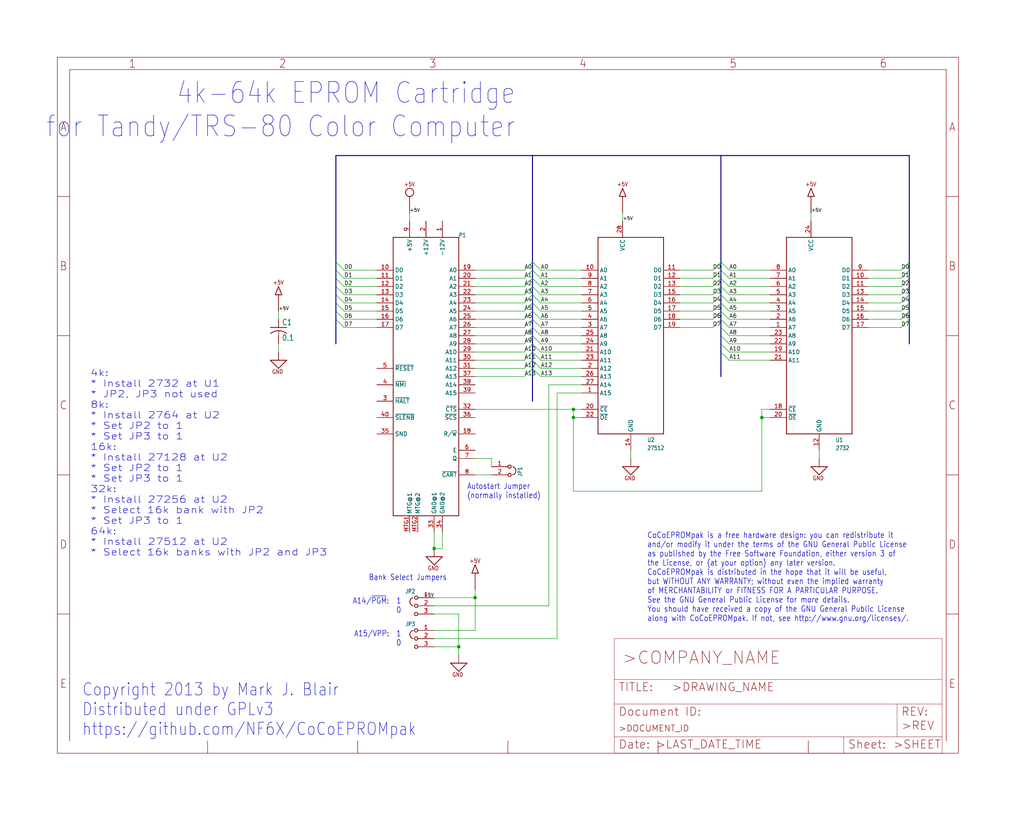
<source format=kicad_sch>
(kicad_sch (version 20211123) (generator eeschema)
  (paper "User" 317.5 254.406)
  (lib_symbols
    (symbol "CoCoEPROMpak-eagle-import:+5V_ARROW" (power)
      (symbol "+5V_ARROW_1_0"
        (polyline (pts (xy -1.016 0) (xy 1.016 0)) (stroke (width 0.254)))
        (polyline (pts (xy 0 2.54) (xy -1.016 0)) (stroke (width 0.254)))
        (polyline (pts (xy 1.016 0) (xy 0 2.54)) (stroke (width 0.254)))
        (text "+5V" (at -1.778 3.048 0) (effects (font (size 1.27 1.0795)) (justify left bottom)))
        (pin power_in line (at 0 -5.08 90) (length 5.08) (name "+5V") (number "1"))
      )
    )
    (symbol "CoCoEPROMpak-eagle-import:+5V_CIRCLE" (power)
      (symbol "+5V_CIRCLE_1_0"
        (circle (center 0 1.27) (radius 1.27) (stroke (width 0.254)))
        (text "+5V" (at -1.778 3.048 0) (effects (font (size 1.27 1.0795)) (justify left bottom)))
        (pin power_in line (at 0 -5.08 90) (length 5.08) (name "+5V") (number "1"))
      )
    )
    (symbol "CoCoEPROMpak-eagle-import:2732"
      (property "Reference" "U" (at 5.08 -33.02 0))
      (property "Value" "2732" (at 5.08 -35.56 0))
      (symbol "2732_1_0"
        (polyline (pts (xy -10.16 -30.48) (xy 10.16 -30.48)) (stroke (width 0.254)))
        (polyline (pts (xy -10.16 30.48) (xy -10.16 -30.48)) (stroke (width 0.254)))
        (polyline (pts (xy 10.16 -30.48) (xy 10.16 30.48)) (stroke (width 0.254)))
        (polyline (pts (xy 10.16 30.48) (xy -10.16 30.48)) (stroke (width 0.254)))
        (pin input line (at -15.24 2.54 0) (length 5.08) (name "A7") (number "1"))
        (pin output line (at 15.24 17.78 180) (length 5.08) (name "D1") (number "10"))
        (pin output line (at 15.24 15.24 180) (length 5.08) (name "D2") (number "11"))
        (pin passive line (at 0 -35.56 90) (length 5.08) (name "GND") (number "12"))
        (pin output line (at 15.24 12.7 180) (length 5.08) (name "D3") (number "13"))
        (pin output line (at 15.24 10.16 180) (length 5.08) (name "D4") (number "14"))
        (pin output line (at 15.24 7.62 180) (length 5.08) (name "D5") (number "15"))
        (pin output line (at 15.24 5.08 180) (length 5.08) (name "D6") (number "16"))
        (pin output line (at 15.24 2.54 180) (length 5.08) (name "D7") (number "17"))
        (pin input line (at -15.24 -22.86 0) (length 5.08) (name "~{CE}") (number "18"))
        (pin input line (at -15.24 -5.08 0) (length 5.08) (name "A10") (number "19"))
        (pin input line (at -15.24 5.08 0) (length 5.08) (name "A6") (number "2"))
        (pin input line (at -15.24 -25.4 0) (length 5.08) (name "~{OE}") (number "20"))
        (pin input line (at -15.24 -7.62 0) (length 5.08) (name "A11") (number "21"))
        (pin input line (at -15.24 -2.54 0) (length 5.08) (name "A9") (number "22"))
        (pin input line (at -15.24 0 0) (length 5.08) (name "A8") (number "23"))
        (pin passive line (at -2.54 35.56 270) (length 5.08) (name "VCC") (number "24"))
        (pin input line (at -15.24 7.62 0) (length 5.08) (name "A5") (number "3"))
        (pin input line (at -15.24 10.16 0) (length 5.08) (name "A4") (number "4"))
        (pin input line (at -15.24 12.7 0) (length 5.08) (name "A3") (number "5"))
        (pin input line (at -15.24 15.24 0) (length 5.08) (name "A2") (number "6"))
        (pin input line (at -15.24 17.78 0) (length 5.08) (name "A1") (number "7"))
        (pin input line (at -15.24 20.32 0) (length 5.08) (name "A0") (number "8"))
        (pin output line (at 15.24 20.32 180) (length 5.08) (name "D0") (number "9"))
      )
    )
    (symbol "CoCoEPROMpak-eagle-import:27512"
      (property "Reference" "U" (at 5.08 -33.02 0))
      (property "Value" "27512" (at 5.08 -35.56 0))
      (symbol "27512_1_0"
        (polyline (pts (xy -10.16 -30.48) (xy 10.16 -30.48)) (stroke (width 0.254)))
        (polyline (pts (xy -10.16 30.48) (xy -10.16 -30.48)) (stroke (width 0.254)))
        (polyline (pts (xy 10.16 -30.48) (xy 10.16 30.48)) (stroke (width 0.254)))
        (polyline (pts (xy 10.16 30.48) (xy -10.16 30.48)) (stroke (width 0.254)))
        (pin input line (at -15.24 -17.78 0) (length 5.08) (name "A15") (number "1"))
        (pin input line (at -15.24 20.32 0) (length 5.08) (name "A0") (number "10"))
        (pin output line (at 15.24 20.32 180) (length 5.08) (name "D0") (number "11"))
        (pin output line (at 15.24 17.78 180) (length 5.08) (name "D1") (number "12"))
        (pin output line (at 15.24 15.24 180) (length 5.08) (name "D2") (number "13"))
        (pin passive line (at 0 -35.56 90) (length 5.08) (name "GND") (number "14"))
        (pin output line (at 15.24 12.7 180) (length 5.08) (name "D3") (number "15"))
        (pin output line (at 15.24 10.16 180) (length 5.08) (name "D4") (number "16"))
        (pin output line (at 15.24 7.62 180) (length 5.08) (name "D5") (number "17"))
        (pin output line (at 15.24 5.08 180) (length 5.08) (name "D6") (number "18"))
        (pin output line (at 15.24 2.54 180) (length 5.08) (name "D7") (number "19"))
        (pin input line (at -15.24 -10.16 0) (length 5.08) (name "A12") (number "2"))
        (pin input line (at -15.24 -22.86 0) (length 5.08) (name "~{CE}") (number "20"))
        (pin input line (at -15.24 -5.08 0) (length 5.08) (name "A10") (number "21"))
        (pin input line (at -15.24 -25.4 0) (length 5.08) (name "~{OE}") (number "22"))
        (pin input line (at -15.24 -7.62 0) (length 5.08) (name "A11") (number "23"))
        (pin input line (at -15.24 -2.54 0) (length 5.08) (name "A9") (number "24"))
        (pin input line (at -15.24 0 0) (length 5.08) (name "A8") (number "25"))
        (pin input line (at -15.24 -12.7 0) (length 5.08) (name "A13") (number "26"))
        (pin input line (at -15.24 -15.24 0) (length 5.08) (name "A14") (number "27"))
        (pin passive line (at -2.54 35.56 270) (length 5.08) (name "VCC") (number "28"))
        (pin input line (at -15.24 2.54 0) (length 5.08) (name "A7") (number "3"))
        (pin input line (at -15.24 5.08 0) (length 5.08) (name "A6") (number "4"))
        (pin input line (at -15.24 7.62 0) (length 5.08) (name "A5") (number "5"))
        (pin input line (at -15.24 10.16 0) (length 5.08) (name "A4") (number "6"))
        (pin input line (at -15.24 12.7 0) (length 5.08) (name "A3") (number "7"))
        (pin input line (at -15.24 15.24 0) (length 5.08) (name "A2") (number "8"))
        (pin input line (at -15.24 17.78 0) (length 5.08) (name "A1") (number "9"))
      )
    )
    (symbol "CoCoEPROMpak-eagle-import:ANSI_A"
      (symbol "ANSI_A_1_0"
        (polyline (pts (xy 0 43.18) (xy 3.81 43.18)))
        (polyline (pts (xy 0 86.36) (xy 3.81 86.36)))
        (polyline (pts (xy 0 129.54) (xy 3.81 129.54)))
        (polyline (pts (xy 0 172.72) (xy 3.81 172.72)))
        (polyline (pts (xy 3.81 3.81) (xy 3.81 212.09)))
        (polyline (pts (xy 46.5667 0) (xy 46.5667 3.81)))
        (polyline (pts (xy 93.1333 0) (xy 93.1333 3.81)))
        (polyline (pts (xy 139.7 0) (xy 139.7 3.81)))
        (polyline (pts (xy 186.2667 0) (xy 186.2667 3.81)))
        (polyline (pts (xy 232.8333 0) (xy 232.8333 3.81)))
        (polyline (pts (xy 275.59 3.81) (xy 275.59 212.09)))
        (polyline (pts (xy 275.59 43.18) (xy 279.4 43.18)))
        (polyline (pts (xy 275.59 86.36) (xy 279.4 86.36)))
        (polyline (pts (xy 275.59 129.54) (xy 279.4 129.54)))
        (polyline (pts (xy 275.59 172.72) (xy 279.4 172.72)))
        (polyline (pts (xy 275.59 212.09) (xy 3.81 212.09)))
        (polyline (pts (xy 0 0) (xy 279.4 0) (xy 279.4 215.9) (xy 0 215.9) (xy 0 0)))
        (text "1" (at 23.2833 213.995 0) (effects (font (size 2.54 2.286))))
        (text "2" (at 69.85 213.995 0) (effects (font (size 2.54 2.286))))
        (text "3" (at 116.4167 213.995 0) (effects (font (size 2.54 2.286))))
        (text "4" (at 162.9833 213.995 0) (effects (font (size 2.54 2.286))))
        (text "5" (at 209.55 213.995 0) (effects (font (size 2.54 2.286))))
        (text "6" (at 256.1167 213.995 0) (effects (font (size 2.54 2.286))))
        (text "A" (at 1.905 194.31 0) (effects (font (size 2.54 2.286))))
        (text "A" (at 277.495 194.31 0) (effects (font (size 2.54 2.286))))
        (text "B" (at 1.905 151.13 0) (effects (font (size 2.54 2.286))))
        (text "B" (at 277.495 151.13 0) (effects (font (size 2.54 2.286))))
        (text "C" (at 1.905 107.95 0) (effects (font (size 2.54 2.286))))
        (text "C" (at 277.495 107.95 0) (effects (font (size 2.54 2.286))))
        (text "D" (at 1.905 64.77 0) (effects (font (size 2.54 2.286))))
        (text "D" (at 277.495 64.77 0) (effects (font (size 2.54 2.286))))
        (text "E" (at 1.905 21.59 0) (effects (font (size 2.54 2.286))))
        (text "E" (at 277.495 21.59 0) (effects (font (size 2.54 2.286))))
      )
      (symbol "ANSI_A_2_0"
        (polyline (pts (xy 0 0) (xy 0 5.08)) (stroke (width 0.1016)))
        (polyline (pts (xy 0 0) (xy 71.12 0)) (stroke (width 0.1016)))
        (polyline (pts (xy 0 5.08) (xy 0 15.24)) (stroke (width 0.1016)))
        (polyline (pts (xy 0 5.08) (xy 71.12 5.08)) (stroke (width 0.1016)))
        (polyline (pts (xy 0 15.24) (xy 0 22.86)) (stroke (width 0.1016)))
        (polyline (pts (xy 0 22.86) (xy 0 35.56)) (stroke (width 0.1016)))
        (polyline (pts (xy 0 22.86) (xy 101.6 22.86)) (stroke (width 0.1016)))
        (polyline (pts (xy 71.12 0) (xy 101.6 0)) (stroke (width 0.1016)))
        (polyline (pts (xy 71.12 5.08) (xy 71.12 0)) (stroke (width 0.1016)))
        (polyline (pts (xy 71.12 5.08) (xy 87.63 5.08)) (stroke (width 0.1016)))
        (polyline (pts (xy 87.63 5.08) (xy 101.6 5.08)) (stroke (width 0.1016)))
        (polyline (pts (xy 87.63 15.24) (xy 0 15.24)) (stroke (width 0.1016)))
        (polyline (pts (xy 87.63 15.24) (xy 87.63 5.08)) (stroke (width 0.1016)))
        (polyline (pts (xy 101.6 5.08) (xy 101.6 0)) (stroke (width 0.1016)))
        (polyline (pts (xy 101.6 15.24) (xy 87.63 15.24)) (stroke (width 0.1016)))
        (polyline (pts (xy 101.6 15.24) (xy 101.6 5.08)) (stroke (width 0.1016)))
        (polyline (pts (xy 101.6 22.86) (xy 101.6 15.24)) (stroke (width 0.1016)))
        (polyline (pts (xy 101.6 35.56) (xy 0 35.56)) (stroke (width 0.1016)))
        (polyline (pts (xy 101.6 35.56) (xy 101.6 22.86)) (stroke (width 0.1016)))
        (text ">COMPANY_NAME" (at 2.286 27.432 0) (effects (font (size 3.81 3.81)) (justify left bottom)))
        (text ">DOCUMENT_ID" (at 1.27 6.604 0) (effects (font (size 1.905 1.905)) (justify left bottom)))
        (text ">DRAWING_NAME" (at 17.78 19.05 0) (effects (font (size 2.54 2.54)) (justify left bottom)))
        (text ">LAST_DATE_TIME" (at 12.7 1.27 0) (effects (font (size 2.54 2.54)) (justify left bottom)))
        (text ">REV" (at 88.9 7.112 0) (effects (font (size 2.54 2.54)) (justify left bottom)))
        (text ">SHEET" (at 86.36 1.27 0) (effects (font (size 2.54 2.54)) (justify left bottom)))
        (text "Date:" (at 1.27 1.27 0) (effects (font (size 2.54 2.54)) (justify left bottom)))
        (text "Document ID:" (at 1.27 11.43 0) (effects (font (size 2.54 2.54)) (justify left bottom)))
        (text "REV:" (at 88.9 11.43 0) (effects (font (size 2.54 2.54)) (justify left bottom)))
        (text "Sheet:" (at 72.39 1.27 0) (effects (font (size 2.54 2.54)) (justify left bottom)))
        (text "TITLE:" (at 1.27 19.05 0) (effects (font (size 2.54 2.54)) (justify left bottom)))
      )
    )
    (symbol "CoCoEPROMpak-eagle-import:C-US050-025X075"
      (property "Reference" "C" (at 1.016 0.635 0))
      (property "Value" "C-US050-025X075" (at 1.016 -4.191 0))
      (symbol "C-US050-025X075_1_0"
        (arc (start 0 -1.0161) (mid -1.302 -1.2303) (end -2.4668 -1.8504) (stroke (width 0.254)))
        (polyline (pts (xy -2.54 0) (xy 2.54 0)) (stroke (width 0.254)))
        (polyline (pts (xy 0 -1.016) (xy 0 -2.54)) (stroke (width 0.1524)))
        (arc (start 2.4892 -1.8542) (mid 1.3158 -1.2195) (end 0 -1) (stroke (width 0.254)))
        (pin passive line (at 0 2.54 270) (length 2.54) (name "1") (number "1"))
        (pin passive line (at 0 -5.08 90) (length 2.54) (name "2") (number "2"))
      )
    )
    (symbol "CoCoEPROMpak-eagle-import:COCO-CART"
      (property "Reference" "P" (at 10.16 40.64 0))
      (symbol "COCO-CART_1_0"
        (polyline (pts (xy -10.16 -45.72) (xy -10.16 40.64)) (stroke (width 0.254)))
        (polyline (pts (xy -10.16 40.64) (xy 10.16 40.64)) (stroke (width 0.254)))
        (polyline (pts (xy 10.16 -45.72) (xy -10.16 -45.72)) (stroke (width 0.254)))
        (polyline (pts (xy 10.16 40.64) (xy 10.16 -45.72)) (stroke (width 0.254)))
        (pin passive line (at 5.08 45.72 270) (length 5.08) (name "-12V") (number "1"))
        (pin bidirectional line (at -15.24 30.48 0) (length 5.08) (name "D0") (number "10"))
        (pin bidirectional line (at -15.24 27.94 0) (length 5.08) (name "D1") (number "11"))
        (pin bidirectional line (at -15.24 25.4 0) (length 5.08) (name "D2") (number "12"))
        (pin bidirectional line (at -15.24 22.86 0) (length 5.08) (name "D3") (number "13"))
        (pin bidirectional line (at -15.24 20.32 0) (length 5.08) (name "D4") (number "14"))
        (pin bidirectional line (at -15.24 17.78 0) (length 5.08) (name "D5") (number "15"))
        (pin bidirectional line (at -15.24 15.24 0) (length 5.08) (name "D6") (number "16"))
        (pin bidirectional line (at -15.24 12.7 0) (length 5.08) (name "D7") (number "17"))
        (pin output line (at 15.24 -20.32 180) (length 5.08) (name "R/~{W}") (number "18"))
        (pin output line (at 15.24 30.48 180) (length 5.08) (name "A0") (number "19"))
        (pin passive line (at 0 45.72 270) (length 5.08) (name "+12V") (number "2"))
        (pin output line (at 15.24 27.94 180) (length 5.08) (name "A1") (number "20"))
        (pin output line (at 15.24 25.4 180) (length 5.08) (name "A2") (number "21"))
        (pin output line (at 15.24 22.86 180) (length 5.08) (name "A3") (number "22"))
        (pin output line (at 15.24 20.32 180) (length 5.08) (name "A4") (number "23"))
        (pin output line (at 15.24 17.78 180) (length 5.08) (name "A5") (number "24"))
        (pin output line (at 15.24 15.24 180) (length 5.08) (name "A6") (number "25"))
        (pin output line (at 15.24 12.7 180) (length 5.08) (name "A7") (number "26"))
        (pin output line (at 15.24 10.16 180) (length 5.08) (name "A8") (number "27"))
        (pin output line (at 15.24 7.62 180) (length 5.08) (name "A9") (number "28"))
        (pin output line (at 15.24 5.08 180) (length 5.08) (name "A10") (number "29"))
        (pin bidirectional line (at -15.24 -10.16 0) (length 5.08) (name "~{HALT}") (number "3"))
        (pin output line (at 15.24 2.54 180) (length 5.08) (name "A11") (number "30"))
        (pin output line (at 15.24 0 180) (length 5.08) (name "A12") (number "31"))
        (pin output line (at 15.24 -12.7 180) (length 5.08) (name "~{CTS}") (number "32"))
        (pin passive line (at 2.54 -50.8 90) (length 5.08) (name "GND@1") (number "33"))
        (pin passive line (at 5.08 -50.8 90) (length 5.08) (name "GND@2") (number "34"))
        (pin bidirectional line (at -15.24 -20.32 0) (length 5.08) (name "SND") (number "35"))
        (pin output line (at 15.24 -15.24 180) (length 5.08) (name "~{SCS}") (number "36"))
        (pin output line (at 15.24 -2.54 180) (length 5.08) (name "A13") (number "37"))
        (pin output line (at 15.24 -5.08 180) (length 5.08) (name "A14") (number "38"))
        (pin output line (at 15.24 -7.62 180) (length 5.08) (name "A15") (number "39"))
        (pin bidirectional line (at -15.24 -5.08 0) (length 5.08) (name "~{NMI}") (number "4"))
        (pin input line (at -15.24 -15.24 0) (length 5.08) (name "~{SLENB}") (number "40"))
        (pin bidirectional line (at -15.24 0 0) (length 5.08) (name "~{RESET}") (number "5"))
        (pin output line (at 15.24 -25.4 180) (length 5.08) (name "E") (number "6"))
        (pin output line (at 15.24 -27.94 180) (length 5.08) (name "Q") (number "7"))
        (pin input line (at 15.24 -33.02 180) (length 5.08) (name "~{CART}") (number "8"))
        (pin passive line (at -5.08 45.72 270) (length 5.08) (name "+5V") (number "9"))
        (pin passive line (at -5.08 -50.8 90) (length 5.08) (name "MTG@1") (number "MTG1"))
        (pin passive line (at -2.54 -50.8 90) (length 5.08) (name "MTG@2") (number "MTG2"))
      )
    )
    (symbol "CoCoEPROMpak-eagle-import:GND" (power)
      (symbol "GND_1_0"
        (polyline (pts (xy -2.54 0) (xy 2.54 0)) (stroke (width 0.254)))
        (polyline (pts (xy 0 -2.54) (xy -2.54 0)) (stroke (width 0.254)))
        (polyline (pts (xy 2.54 0) (xy 0 -2.54)) (stroke (width 0.254)))
        (text "GND" (at -2.032 -4.318 0) (effects (font (size 1.27 1.0795)) (justify left bottom)))
        (pin power_in line (at 0 2.54 270) (length 2.54) (name "GND") (number "1"))
      )
    )
    (symbol "CoCoEPROMpak-eagle-import:JP2"
      (property "Reference" "JP" (at 0 3.048 0))
      (symbol "JP2_1_0"
        (circle (center 0 0.508) (radius 0.508) (stroke (width 0.254)))
        (circle (center 2.54 0.508) (radius 0.508) (stroke (width 0.254)))
        (arc (start 2.54 1.524) (mid 1.27 2.4689) (end 0 1.524) (stroke (width 0.254)))
        (pin passive line (at 0 -5.08 90) (length 5.08) (name "1") (number "1"))
        (pin passive line (at 2.54 -5.08 90) (length 5.08) (name "2") (number "2"))
      )
    )
    (symbol "CoCoEPROMpak-eagle-import:JP3"
      (property "Reference" "JP" (at 0 3.048 0))
      (symbol "JP3_1_0"
        (circle (center 0 0.508) (radius 0.508) (stroke (width 0.254)))
        (circle (center 2.54 0.508) (radius 0.508) (stroke (width 0.254)))
        (arc (start 2.54 1.524) (mid 1.27 2.4689) (end 0 1.524) (stroke (width 0.254)))
        (circle (center 5.08 0.508) (radius 0.508) (stroke (width 0.254)))
        (pin passive line (at 0 -5.08 90) (length 5.08) (name "1") (number "1"))
        (pin passive line (at 2.54 -5.08 90) (length 5.08) (name "2") (number "2"))
        (pin passive line (at 5.08 -5.08 90) (length 5.08) (name "3") (number "3"))
      )
    )
  )
  (junction (at 134.62 170.18))
  (junction (at 147.32 185.42))
  (junction (at 236.22 129.54))
  (junction (at 142.24 200.66))
  (junction (at 177.8 127))
  (junction (at 177.8 129.54))
  (bus_entry (at 167.64 116.84) (size -2.54 -2.54))
  (bus_entry (at 106.68 99.06) (size -2.54 -2.54))
  (bus_entry (at 162.56 88.9) (size 2.54 -2.54))
  (bus_entry (at 226.06 86.36) (size -2.54 -2.54))
  (bus_entry (at 106.68 88.9) (size -2.54 -2.54))
  (bus_entry (at 162.56 91.44) (size 2.54 -2.54))
  (bus_entry (at 106.68 93.98) (size -2.54 -2.54))
  (bus_entry (at 220.98 86.36) (size 2.54 -2.54))
  (bus_entry (at 162.56 104.14) (size 2.54 -2.54))
  (bus_entry (at 226.06 83.82) (size -2.54 -2.54))
  (bus_entry (at 279.4 93.98) (size 2.54 -2.54))
  (bus_entry (at 226.06 111.76) (size -2.54 -2.54))
  (bus_entry (at 167.64 109.22) (size -2.54 -2.54))
  (bus_entry (at 226.06 109.22) (size -2.54 -2.54))
  (bus_entry (at 220.98 101.6) (size 2.54 -2.54))
  (bus_entry (at 279.4 101.6) (size 2.54 -2.54))
  (bus_entry (at 162.56 109.22) (size 2.54 -2.54))
  (bus_entry (at 167.64 93.98) (size -2.54 -2.54))
  (bus_entry (at 167.64 99.06) (size -2.54 -2.54))
  (bus_entry (at 106.68 83.82) (size -2.54 -2.54))
  (bus_entry (at 220.98 99.06) (size 2.54 -2.54))
  (bus_entry (at 167.64 83.82) (size -2.54 -2.54))
  (bus_entry (at 167.64 86.36) (size -2.54 -2.54))
  (bus_entry (at 279.4 88.9) (size 2.54 -2.54))
  (bus_entry (at 106.68 101.6) (size -2.54 -2.54))
  (bus_entry (at 162.56 106.68) (size 2.54 -2.54))
  (bus_entry (at 226.06 88.9) (size -2.54 -2.54))
  (bus_entry (at 162.56 96.52) (size 2.54 -2.54))
  (bus_entry (at 220.98 88.9) (size 2.54 -2.54))
  (bus_entry (at 162.56 83.82) (size 2.54 -2.54))
  (bus_entry (at 162.56 99.06) (size 2.54 -2.54))
  (bus_entry (at 279.4 91.44) (size 2.54 -2.54))
  (bus_entry (at 162.56 93.98) (size 2.54 -2.54))
  (bus_entry (at 167.64 111.76) (size -2.54 -2.54))
  (bus_entry (at 226.06 99.06) (size -2.54 -2.54))
  (bus_entry (at 226.06 93.98) (size -2.54 -2.54))
  (bus_entry (at 162.56 86.36) (size 2.54 -2.54))
  (bus_entry (at 226.06 106.68) (size -2.54 -2.54))
  (bus_entry (at 167.64 106.68) (size -2.54 -2.54))
  (bus_entry (at 220.98 93.98) (size 2.54 -2.54))
  (bus_entry (at 279.4 83.82) (size 2.54 -2.54))
  (bus_entry (at 220.98 96.52) (size 2.54 -2.54))
  (bus_entry (at 167.64 101.6) (size -2.54 -2.54))
  (bus_entry (at 167.64 91.44) (size -2.54 -2.54))
  (bus_entry (at 279.4 96.52) (size 2.54 -2.54))
  (bus_entry (at 220.98 91.44) (size 2.54 -2.54))
  (bus_entry (at 162.56 114.3) (size 2.54 -2.54))
  (bus_entry (at 162.56 116.84) (size 2.54 -2.54))
  (bus_entry (at 279.4 86.36) (size 2.54 -2.54))
  (bus_entry (at 106.68 86.36) (size -2.54 -2.54))
  (bus_entry (at 106.68 91.44) (size -2.54 -2.54))
  (bus_entry (at 226.06 104.14) (size -2.54 -2.54))
  (bus_entry (at 226.06 101.6) (size -2.54 -2.54))
  (bus_entry (at 220.98 83.82) (size 2.54 -2.54))
  (bus_entry (at 162.56 111.76) (size 2.54 -2.54))
  (bus_entry (at 226.06 96.52) (size -2.54 -2.54))
  (bus_entry (at 167.64 88.9) (size -2.54 -2.54))
  (bus_entry (at 167.64 104.14) (size -2.54 -2.54))
  (bus_entry (at 167.64 114.3) (size -2.54 -2.54))
  (bus_entry (at 226.06 91.44) (size -2.54 -2.54))
  (bus_entry (at 162.56 101.6) (size 2.54 -2.54))
  (bus_entry (at 106.68 96.52) (size -2.54 -2.54))
  (bus_entry (at 279.4 99.06) (size 2.54 -2.54))
  (bus_entry (at 167.64 96.52) (size -2.54 -2.54))
  (wire (pts (xy 147.32 116.84) (xy 162.56 116.84)))
  (wire (pts (xy 147.32 88.9) (xy 162.56 88.9)))
  (bus (pts (xy 165.1 86.36) (xy 165.1 88.9)))
  (bus (pts (xy 223.52 106.68) (xy 223.52 109.22)))
  (bus (pts (xy 104.14 93.98) (xy 104.14 91.44)))
  (wire (pts (xy 180.34 86.36) (xy 167.64 86.36)))
  (wire (pts (xy 180.34 116.84) (xy 167.64 116.84)))
  (wire (pts (xy 116.84 86.36) (xy 106.68 86.36)))
  (bus (pts (xy 104.14 48.26) (xy 165.1 48.26)))
  (wire (pts (xy 238.76 88.9) (xy 226.06 88.9)))
  (bus (pts (xy 223.52 104.14) (xy 223.52 106.68)))
  (wire (pts (xy 238.76 109.22) (xy 226.06 109.22)))
  (bus (pts (xy 223.52 81.28) (xy 223.52 83.82)))
  (bus (pts (xy 104.14 106.68) (xy 104.14 99.06)))
  (wire (pts (xy 180.34 104.14) (xy 167.64 104.14)))
  (bus (pts (xy 104.14 91.44) (xy 104.14 88.9)))
  (wire (pts (xy 180.34 106.68) (xy 167.64 106.68)))
  (wire (pts (xy 147.32 111.76) (xy 162.56 111.76)))
  (wire (pts (xy 116.84 96.52) (xy 106.68 96.52)))
  (wire (pts (xy 210.82 96.52) (xy 220.98 96.52)))
  (wire (pts (xy 147.32 185.42) (xy 147.32 182.88)))
  (wire (pts (xy 210.82 93.98) (xy 220.98 93.98)))
  (bus (pts (xy 165.1 48.26) (xy 223.52 48.26)))
  (wire (pts (xy 116.84 99.06) (xy 106.68 99.06)))
  (wire (pts (xy 142.24 200.66) (xy 142.24 203.2)))
  (wire (pts (xy 116.84 93.98) (xy 106.68 93.98)))
  (wire (pts (xy 180.34 114.3) (xy 167.64 114.3)))
  (bus (pts (xy 281.94 91.44) (xy 281.94 93.98)))
  (bus (pts (xy 281.94 86.36) (xy 281.94 88.9)))
  (wire (pts (xy 269.24 88.9) (xy 279.4 88.9)))
  (wire (pts (xy 236.22 152.4) (xy 236.22 129.54)))
  (bus (pts (xy 223.52 91.44) (xy 223.52 93.98)))
  (wire (pts (xy 177.8 129.54) (xy 177.8 152.4)))
  (wire (pts (xy 238.76 93.98) (xy 226.06 93.98)))
  (wire (pts (xy 210.82 99.06) (xy 220.98 99.06)))
  (bus (pts (xy 281.94 48.26) (xy 281.94 81.28)))
  (bus (pts (xy 281.94 96.52) (xy 281.94 99.06)))
  (wire (pts (xy 238.76 86.36) (xy 226.06 86.36)))
  (wire (pts (xy 147.32 142.24) (xy 152.4 142.24)))
  (wire (pts (xy 134.62 170.18) (xy 137.16 170.18)))
  (wire (pts (xy 147.32 83.82) (xy 162.56 83.82)))
  (bus (pts (xy 223.52 48.26) (xy 223.52 81.28)))
  (bus (pts (xy 104.14 83.82) (xy 104.14 81.28)))
  (wire (pts (xy 147.32 93.98) (xy 162.56 93.98)))
  (wire (pts (xy 134.62 195.58) (xy 147.32 195.58)))
  (bus (pts (xy 281.94 93.98) (xy 281.94 96.52)))
  (bus (pts (xy 223.52 48.26) (xy 281.94 48.26)))
  (wire (pts (xy 238.76 101.6) (xy 226.06 101.6)))
  (wire (pts (xy 238.76 106.68) (xy 226.06 106.68)))
  (wire (pts (xy 147.32 96.52) (xy 162.56 96.52)))
  (wire (pts (xy 254 139.7) (xy 254 142.24)))
  (wire (pts (xy 180.34 99.06) (xy 167.64 99.06)))
  (wire (pts (xy 86.36 96.52) (xy 86.36 99.06)))
  (bus (pts (xy 104.14 88.9) (xy 104.14 86.36)))
  (wire (pts (xy 269.24 96.52) (xy 279.4 96.52)))
  (wire (pts (xy 134.62 200.66) (xy 142.24 200.66)))
  (wire (pts (xy 269.24 91.44) (xy 279.4 91.44)))
  (wire (pts (xy 134.62 198.12) (xy 172.72 198.12)))
  (wire (pts (xy 177.8 152.4) (xy 236.22 152.4)))
  (wire (pts (xy 269.24 83.82) (xy 279.4 83.82)))
  (wire (pts (xy 210.82 91.44) (xy 220.98 91.44)))
  (bus (pts (xy 165.1 91.44) (xy 165.1 93.98)))
  (bus (pts (xy 165.1 88.9) (xy 165.1 91.44)))
  (wire (pts (xy 147.32 106.68) (xy 162.56 106.68)))
  (wire (pts (xy 170.18 119.38) (xy 180.34 119.38)))
  (wire (pts (xy 147.32 127) (xy 177.8 127)))
  (bus (pts (xy 223.52 86.36) (xy 223.52 88.9)))
  (bus (pts (xy 223.52 96.52) (xy 223.52 99.06)))
  (wire (pts (xy 180.34 96.52) (xy 167.64 96.52)))
  (wire (pts (xy 142.24 190.5) (xy 142.24 200.66)))
  (wire (pts (xy 210.82 101.6) (xy 220.98 101.6)))
  (wire (pts (xy 238.76 99.06) (xy 226.06 99.06)))
  (wire (pts (xy 180.34 93.98) (xy 167.64 93.98)))
  (bus (pts (xy 165.1 111.76) (xy 165.1 114.3)))
  (wire (pts (xy 236.22 127) (xy 238.76 127)))
  (bus (pts (xy 223.52 101.6) (xy 223.52 104.14)))
  (bus (pts (xy 104.14 96.52) (xy 104.14 93.98)))
  (wire (pts (xy 180.34 83.82) (xy 167.64 83.82)))
  (bus (pts (xy 281.94 83.82) (xy 281.94 86.36)))
  (wire (pts (xy 116.84 83.82) (xy 106.68 83.82)))
  (wire (pts (xy 269.24 86.36) (xy 279.4 86.36)))
  (bus (pts (xy 165.1 93.98) (xy 165.1 96.52)))
  (bus (pts (xy 223.52 93.98) (xy 223.52 96.52)))
  (bus (pts (xy 223.52 109.22) (xy 223.52 116.84)))
  (wire (pts (xy 147.32 91.44) (xy 162.56 91.44)))
  (wire (pts (xy 147.32 99.06) (xy 162.56 99.06)))
  (bus (pts (xy 223.52 83.82) (xy 223.52 86.36)))
  (wire (pts (xy 134.62 190.5) (xy 142.24 190.5)))
  (wire (pts (xy 177.8 127) (xy 180.34 127)))
  (bus (pts (xy 223.52 88.9) (xy 223.52 91.44)))
  (wire (pts (xy 238.76 83.82) (xy 226.06 83.82)))
  (wire (pts (xy 269.24 99.06) (xy 279.4 99.06)))
  (wire (pts (xy 269.24 101.6) (xy 279.4 101.6)))
  (wire (pts (xy 147.32 86.36) (xy 162.56 86.36)))
  (bus (pts (xy 165.1 81.28) (xy 165.1 83.82)))
  (wire (pts (xy 134.62 187.96) (xy 170.18 187.96)))
  (wire (pts (xy 251.46 66.04) (xy 251.46 68.58)))
  (wire (pts (xy 236.22 129.54) (xy 236.22 127)))
  (wire (pts (xy 170.18 187.96) (xy 170.18 119.38)))
  (bus (pts (xy 165.1 104.14) (xy 165.1 106.68)))
  (wire (pts (xy 147.32 109.22) (xy 162.56 109.22)))
  (wire (pts (xy 134.62 185.42) (xy 147.32 185.42)))
  (bus (pts (xy 281.94 81.28) (xy 281.94 83.82)))
  (wire (pts (xy 238.76 111.76) (xy 226.06 111.76)))
  (wire (pts (xy 86.36 109.22) (xy 86.36 106.68)))
  (wire (pts (xy 195.58 139.7) (xy 195.58 142.24)))
  (bus (pts (xy 165.1 101.6) (xy 165.1 104.14)))
  (bus (pts (xy 104.14 81.28) (xy 104.14 48.26)))
  (bus (pts (xy 104.14 86.36) (xy 104.14 83.82)))
  (bus (pts (xy 223.52 99.06) (xy 223.52 101.6)))
  (wire (pts (xy 147.32 114.3) (xy 162.56 114.3)))
  (wire (pts (xy 193.04 68.58) (xy 193.04 66.04)))
  (wire (pts (xy 210.82 86.36) (xy 220.98 86.36)))
  (wire (pts (xy 269.24 93.98) (xy 279.4 93.98)))
  (wire (pts (xy 147.32 104.14) (xy 162.56 104.14)))
  (wire (pts (xy 238.76 129.54) (xy 236.22 129.54)))
  (wire (pts (xy 180.34 91.44) (xy 167.64 91.44)))
  (bus (pts (xy 104.14 99.06) (xy 104.14 96.52)))
  (wire (pts (xy 177.8 129.54) (xy 177.8 127)))
  (bus (pts (xy 165.1 48.26) (xy 165.1 81.28)))
  (wire (pts (xy 116.84 101.6) (xy 106.68 101.6)))
  (bus (pts (xy 165.1 96.52) (xy 165.1 99.06)))
  (wire (pts (xy 116.84 88.9) (xy 106.68 88.9)))
  (wire (pts (xy 180.34 129.54) (xy 177.8 129.54)))
  (wire (pts (xy 210.82 83.82) (xy 220.98 83.82)))
  (wire (pts (xy 116.84 91.44) (xy 106.68 91.44)))
  (wire (pts (xy 172.72 121.92) (xy 180.34 121.92)))
  (wire (pts (xy 180.34 101.6) (xy 167.64 101.6)))
  (wire (pts (xy 147.32 195.58) (xy 147.32 185.42)))
  (wire (pts (xy 127 66.04) (xy 127 68.58)))
  (wire (pts (xy 172.72 198.12) (xy 172.72 121.92)))
  (wire (pts (xy 180.34 109.22) (xy 167.64 109.22)))
  (wire (pts (xy 180.34 88.9) (xy 167.64 88.9)))
  (wire (pts (xy 180.34 111.76) (xy 167.64 111.76)))
  (bus (pts (xy 165.1 114.3) (xy 165.1 124.46)))
  (wire (pts (xy 238.76 104.14) (xy 226.06 104.14)))
  (bus (pts (xy 165.1 109.22) (xy 165.1 111.76)))
  (wire (pts (xy 147.32 101.6) (xy 162.56 101.6)))
  (bus (pts (xy 165.1 83.82) (xy 165.1 86.36)))
  (wire (pts (xy 147.32 147.32) (xy 152.4 147.32)))
  (bus (pts (xy 281.94 88.9) (xy 281.94 91.44)))
  (bus (pts (xy 165.1 106.68) (xy 165.1 109.22)))
  (wire (pts (xy 137.16 170.18) (xy 137.16 165.1)))
  (wire (pts (xy 238.76 96.52) (xy 226.06 96.52)))
  (wire (pts (xy 134.62 165.1) (xy 134.62 170.18)))
  (wire (pts (xy 210.82 88.9) (xy 220.98 88.9)))
  (wire (pts (xy 238.76 91.44) (xy 226.06 91.44)))
  (wire (pts (xy 152.4 142.24) (xy 152.4 144.78)))
  (bus (pts (xy 165.1 99.06) (xy 165.1 101.6)))
  (bus (pts (xy 281.94 99.06) (xy 281.94 106.68)))
  (text "4k-64k EPROM Cartridge\nfor Tandy/TRS-80 Color Computer" (at 160.02 43.18 180) (effects (font (size 6.4516 5.4838)) (justify right bottom)))
  (text "A14/~{PGM}:  1\n0" (at 124.46 190.5 180) (effects (font (size 1.778 1.5113)) (justify right bottom)))
  (text "4k:\n* Install 2732 at U1\n* JP2, JP3 not used\n8k:\n* Install 2764 at U2\n* Set JP2 to 1\n* Set JP3 to 1\n16k:\n* Install 27128 at U2\n* Set JP2 to 1\n* Set JP3 to 1\n32k:\n* Install 27256 at U2\n* Select 16k bank with JP2\n* Set JP3 to 1\n64k:\n* Install 27512 at U2\n* Select 16k banks with JP2 and JP3" (at 27.94 172.72 180) (effects (font (size 2.032 2.54)) (justify left bottom)))
  (text "Bank Select Jumpers" (at 114.3 180.34 180) (effects (font (size 1.778 1.5113)) (justify left bottom)))
  (text "CoCoEPROMpak is a free hardware design: you can redistribute it\nand/or modify it under the terms of the GNU General Public License\nas published by the Free Software Foundation, either version 3 of\nthe License, or (at your option) any later version.\nCoCoEPROMpak is distributed in the hope that it will be useful,\nbut WITHOUT ANY WARRANTY; without even the implied warranty\nof MERCHANTABILITY or FITNESS FOR A PARTICULAR PURPOSE.\nSee the GNU General Public License for more details.\nYou should have received a copy of the GNU General Public License\nalong with CoCoEPROMpak. If not, see http://www.gnu.org/licenses/." (at 200.66 193.04 180) (effects (font (size 1.778 1.5113)) (justify left bottom)))
  (text "A15/VPP:  1\n0" (at 124.46 200.66 180) (effects (font (size 1.778 1.5113)) (justify right bottom)))
  (text "Autostart Jumper\n(normally installed)" (at 144.78 154.94 180) (effects (font (size 1.778 1.5113)) (justify left bottom)))
  (text "Copyright 2013 by Mark J. Blair\nDistributed under GPLv3\nhttps://github.com/NF6X/CoCoEPROMpak" (at 25.4 228.6 180) (effects (font (size 3.81 3.2385)) (justify left bottom)))
  (label "D5" (at 106.68 96.52 0) (effects (font (size 1.2446 1.2446))))
  (label "+5V" (at 86.36 96.52 0) (effects (font (size 1.016 1.016))))
  (label "A8" (at 162.56 104.14 0) (effects (font (size 1.2446 1.2446))))
  (label "A1" (at 162.56 86.36 0) (effects (font (size 1.2446 1.2446))))
  (label "A0" (at 226.06 83.82 0) (effects (font (size 1.2446 1.2446))))
  (label "D1" (at 279.4 86.36 0) (effects (font (size 1.2446 1.2446))))
  (label "A11" (at 226.06 111.76 0) (effects (font (size 1.2446 1.2446))))
  (label "D4" (at 106.68 93.98 0) (effects (font (size 1.2446 1.2446))))
  (label "A6" (at 226.06 99.06 0) (effects (font (size 1.2446 1.2446))))
  (label "D3" (at 279.4 91.44 0) (effects (font (size 1.2446 1.2446))))
  (label "A9" (at 167.64 106.68 0) (effects (font (size 1.2446 1.2446))))
  (label "D7" (at 279.4 101.6 0) (effects (font (size 1.2446 1.2446))))
  (label "D5" (at 220.98 96.52 0) (effects (font (size 1.2446 1.2446))))
  (label "A2" (at 167.64 88.9 0) (effects (font (size 1.2446 1.2446))))
  (label "D1" (at 106.68 86.36 0) (effects (font (size 1.2446 1.2446))))
  (label "A4" (at 226.06 93.98 0) (effects (font (size 1.2446 1.2446))))
  (label "A6" (at 162.56 99.06 0) (effects (font (size 1.2446 1.2446))))
  (label "+5V" (at 193.04 68.58 0) (effects (font (size 1.016 1.016))))
  (label "A7" (at 167.64 101.6 0) (effects (font (size 1.2446 1.2446))))
  (label "A7" (at 226.06 101.6 0) (effects (font (size 1.2446 1.2446))))
  (label "A4" (at 162.56 93.98 0) (effects (font (size 1.2446 1.2446))))
  (label "D0" (at 279.4 83.82 0) (effects (font (size 1.2446 1.2446))))
  (label "A7" (at 162.56 101.6 0) (effects (font (size 1.2446 1.2446))))
  (label "D3" (at 106.68 91.44 0) (effects (font (size 1.2446 1.2446))))
  (label "D0" (at 106.68 83.82 0) (effects (font (size 1.2446 1.2446))))
  (label "D3" (at 220.98 91.44 0) (effects (font (size 1.2446 1.2446))))
  (label "A2" (at 226.06 88.9 0) (effects (font (size 1.2446 1.2446))))
  (label "A10" (at 167.64 109.22 0) (effects (font (size 1.2446 1.2446))))
  (label "A11" (at 162.56 111.76 0) (effects (font (size 1.2446 1.2446))))
  (label "+5V" (at 127 66.04 0) (effects (font (size 1.016 1.016))))
  (label "D2" (at 220.98 88.9 0) (effects (font (size 1.2446 1.2446))))
  (label "D1" (at 220.98 86.36 0) (effects (font (size 1.2446 1.2446))))
  (label "A4" (at 167.64 93.98 0) (effects (font (size 1.2446 1.2446))))
  (label "A12" (at 167.64 114.3 0) (effects (font (size 1.2446 1.2446))))
  (label "A1" (at 226.06 86.36 0) (effects (font (size 1.2446 1.2446))))
  (label "A5" (at 167.64 96.52 0) (effects (font (size 1.2446 1.2446))))
  (label "A5" (at 162.56 96.52 0) (effects (font (size 1.2446 1.2446))))
  (label "D5" (at 279.4 96.52 0) (effects (font (size 1.2446 1.2446))))
  (label "A3" (at 162.56 91.44 0) (effects (font (size 1.2446 1.2446))))
  (label "A9" (at 162.56 106.68 0) (effects (font (size 1.2446 1.2446))))
  (label "A13" (at 167.64 116.84 0) (effects (font (size 1.2446 1.2446))))
  (label "A8" (at 226.06 104.14 0) (effects (font (size 1.2446 1.2446))))
  (label "A6" (at 167.64 99.06 0) (effects (font (size 1.2446 1.2446))))
  (label "A10" (at 162.56 109.22 0) (effects (font (size 1.2446 1.2446))))
  (label "+5V" (at 134.62 185.42 180) (effects (font (size 1.016 1.016))))
  (label "D6" (at 220.98 99.06 0) (effects (font (size 1.2446 1.2446))))
  (label "A11" (at 167.64 111.76 0) (effects (font (size 1.2446 1.2446))))
  (label "D4" (at 279.4 93.98 0) (effects (font (size 1.2446 1.2446))))
  (label "A3" (at 167.64 91.44 0) (effects (font (size 1.2446 1.2446))))
  (label "A1" (at 167.64 86.36 0) (effects (font (size 1.2446 1.2446))))
  (label "D4" (at 220.98 93.98 0) (effects (font (size 1.2446 1.2446))))
  (label "D6" (at 106.68 99.06 0) (effects (font (size 1.2446 1.2446))))
  (label "A12" (at 162.56 114.3 0) (effects (font (size 1.2446 1.2446))))
  (label "A8" (at 167.64 104.14 0) (effects (font (size 1.2446 1.2446))))
  (label "D7" (at 106.68 101.6 0) (effects (font (size 1.2446 1.2446))))
  (label "A0" (at 167.64 83.82 0) (effects (font (size 1.2446 1.2446))))
  (label "A9" (at 226.06 106.68 0) (effects (font (size 1.2446 1.2446))))
  (label "A2" (at 162.56 88.9 0) (effects (font (size 1.2446 1.2446))))
  (label "A10" (at 226.06 109.22 0) (effects (font (size 1.2446 1.2446))))
  (label "A3" (at 226.06 91.44 0) (effects (font (size 1.2446 1.2446))))
  (label "D2" (at 106.68 88.9 0) (effects (font (size 1.2446 1.2446))))
  (label "+5V" (at 251.46 66.04 0) (effects (font (size 1.016 1.016))))
  (label "D7" (at 220.98 101.6 0) (effects (font (size 1.2446 1.2446))))
  (label "D2" (at 279.4 88.9 0) (effects (font (size 1.2446 1.2446))))
  (label "D6" (at 279.4 99.06 0) (effects (font (size 1.2446 1.2446))))
  (label "A13" (at 162.56 116.84 0) (effects (font (size 1.2446 1.2446))))
  (label "A5" (at 226.06 96.52 0) (effects (font (size 1.2446 1.2446))))
  (label "A0" (at 162.56 83.82 0) (effects (font (size 1.2446 1.2446))))
  (label "D0" (at 220.98 83.82 0) (effects (font (size 1.2446 1.2446))))
  (symbol (lib_id "CoCoEPROMpak-eagle-import:+5V_ARROW") (at 86.36 91.44 0) (unit 1)
    (property "Reference" "#U$7" (effects hide))
    (property "Value" "+5V_ARROW" (effects hide))
    (property "Footprint" "CoCoEPROMpak:" (effects hide))
  )
  (symbol (lib_id "CoCoEPROMpak-eagle-import:GND") (at 254 144.78 0) (unit 1)
    (property "Reference" "#U$4" (effects hide))
    (property "Value" "GND" (effects hide))
    (property "Footprint" "CoCoEPROMpak:" (effects hide))
  )
  (symbol (lib_id "CoCoEPROMpak-eagle-import:2732") (at 254 104.14 0) (unit 1)
    (property "Reference" "U1" (at 259.08 137.16 0) (effects (font (size 1.27 1.0795)) (justify left bottom)))
    (property "Value" "2732" (at 259.08 139.7 0) (effects (font (size 1.27 1.0795)) (justify left bottom)))
    (property "Footprint" "CoCoEPROMpak:DIL24" (effects hide))
  )
  (symbol (lib_id "CoCoEPROMpak-eagle-import:GND") (at 86.36 111.76 0) (unit 1)
    (property "Reference" "#U$8" (effects hide))
    (property "Value" "GND" (effects hide))
    (property "Footprint" "CoCoEPROMpak:" (effects hide))
  )
  (symbol (lib_id "CoCoEPROMpak-eagle-import:COCO-CART") (at 132.08 114.3 0) (unit 1)
    (property "Reference" "P1" (at 142.24 73.66 0) (effects (font (size 1.27 1.0795)) (justify left bottom)))
    (property "Value" "COCO-CART" (effects hide))
    (property "Footprint" "CoCoEPROMpak:COCO-CART-2.1X1.75" (effects hide))
  )
  (symbol (lib_id "CoCoEPROMpak-eagle-import:+5V_ARROW") (at 251.46 60.96 0) (unit 1)
    (property "Reference" "#U$5" (effects hide))
    (property "Value" "+5V_ARROW" (effects hide))
    (property "Footprint" "CoCoEPROMpak:" (effects hide))
  )
  (symbol (lib_id "CoCoEPROMpak-eagle-import:ANSI_A") (at 190.5 233.68 0) (unit 2)
    (property "Reference" "#FRAME1" (effects hide))
    (property "Value" "ANSI_A" (effects hide))
    (property "Footprint" "CoCoEPROMpak:" (effects hide))
  )
  (symbol (lib_id "CoCoEPROMpak-eagle-import:+5V_ARROW") (at 193.04 60.96 0) (unit 1)
    (property "Reference" "#U$1" (effects hide))
    (property "Value" "+5V_ARROW" (effects hide))
    (property "Footprint" "CoCoEPROMpak:" (effects hide))
  )
  (symbol (lib_id "CoCoEPROMpak-eagle-import:GND") (at 134.62 172.72 0) (unit 1)
    (property "Reference" "#U$3" (effects hide))
    (property "Value" "GND" (effects hide))
    (property "Footprint" "CoCoEPROMpak:" (effects hide))
  )
  (symbol (lib_id "CoCoEPROMpak-eagle-import:27512") (at 195.58 104.14 0) (unit 1)
    (property "Reference" "U2" (at 200.66 137.16 0) (effects (font (size 1.27 1.0795)) (justify left bottom)))
    (property "Value" "27512" (at 200.66 139.7 0) (effects (font (size 1.27 1.0795)) (justify left bottom)))
    (property "Footprint" "CoCoEPROMpak:DIL28" (effects hide))
  )
  (symbol (lib_id "CoCoEPROMpak-eagle-import:GND") (at 195.58 144.78 0) (unit 1)
    (property "Reference" "#U$6" (effects hide))
    (property "Value" "GND" (effects hide))
    (property "Footprint" "CoCoEPROMpak:" (effects hide))
  )
  (symbol (lib_id "CoCoEPROMpak-eagle-import:C-US050-025X075") (at 86.36 101.6 0) (unit 1)
    (property "Reference" "C1" (at 87.376 100.965 0) (effects (font (size 1.778 1.5113)) (justify left bottom)))
    (property "Value" "0.1" (at 87.376 105.791 0) (effects (font (size 1.778 1.5113)) (justify left bottom)))
    (property "Footprint" "CoCoEPROMpak:C050-025X075" (effects hide))
  )
  (symbol (lib_id "CoCoEPROMpak-eagle-import:+5V_ARROW") (at 147.32 177.8 0) (unit 1)
    (property "Reference" "#U$9" (effects hide))
    (property "Value" "+5V_ARROW" (effects hide))
    (property "Footprint" "CoCoEPROMpak:" (effects hide))
  )
  (symbol (lib_id "CoCoEPROMpak-eagle-import:+5V_CIRCLE") (at 127 60.96 0) (unit 1)
    (property "Reference" "#U$2" (effects hide))
    (property "Value" "+5V_CIRCLE" (effects hide))
    (property "Footprint" "CoCoEPROMpak:" (effects hide))
  )
  (symbol (lib_id "CoCoEPROMpak-eagle-import:JP3") (at 129.54 195.58 90) (mirror x) (unit 1)
    (property "Reference" "JP3" (at 128.778 194.31 90) (effects (font (size 1.27 1.0795)) (justify left bottom)))
    (property "Value" "JP3" (effects hide))
    (property "Footprint" "CoCoEPROMpak:JP3-100MIL" (effects hide))
  )
  (symbol (lib_id "CoCoEPROMpak-eagle-import:ANSI_A") (at 17.78 233.68 0) (unit 1)
    (property "Reference" "#FRAME1" (effects hide))
    (property "Value" "ANSI_A" (effects hide))
    (property "Footprint" "CoCoEPROMpak:" (effects hide))
  )
  (symbol (lib_id "CoCoEPROMpak-eagle-import:JP2") (at 157.48 144.78 270) (unit 1)
    (property "Reference" "JP1" (at 160.528 144.78 0) (effects (font (size 1.27 1.0795)) (justify left bottom)))
    (property "Value" "JP2" (effects hide))
    (property "Footprint" "CoCoEPROMpak:JP2-100MIL" (effects hide))
  )
  (symbol (lib_id "CoCoEPROMpak-eagle-import:GND") (at 142.24 205.74 0) (unit 1)
    (property "Reference" "#U$10" (effects hide))
    (property "Value" "GND" (effects hide))
    (property "Footprint" "CoCoEPROMpak:" (effects hide))
  )
  (symbol (lib_id "CoCoEPROMpak-eagle-import:JP3") (at 129.54 185.42 90) (mirror x) (unit 1)
    (property "Reference" "JP2" (at 128.778 184.15 90) (effects (font (size 1.27 1.0795)) (justify left bottom)))
    (property "Value" "JP3" (effects hide))
    (property "Footprint" "CoCoEPROMpak:JP3-100MIL" (effects hide))
  )
)
</source>
